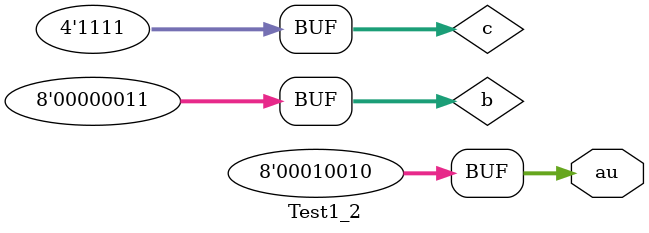
<source format=v>
module Test1_2 (output [7:0] au);
   wire [7:0] 		b;
   wire signed [3:0] 	c;
   assign c=-1;  
   assign b=3;   
   assign au=b+c; 
endmodule
</source>
